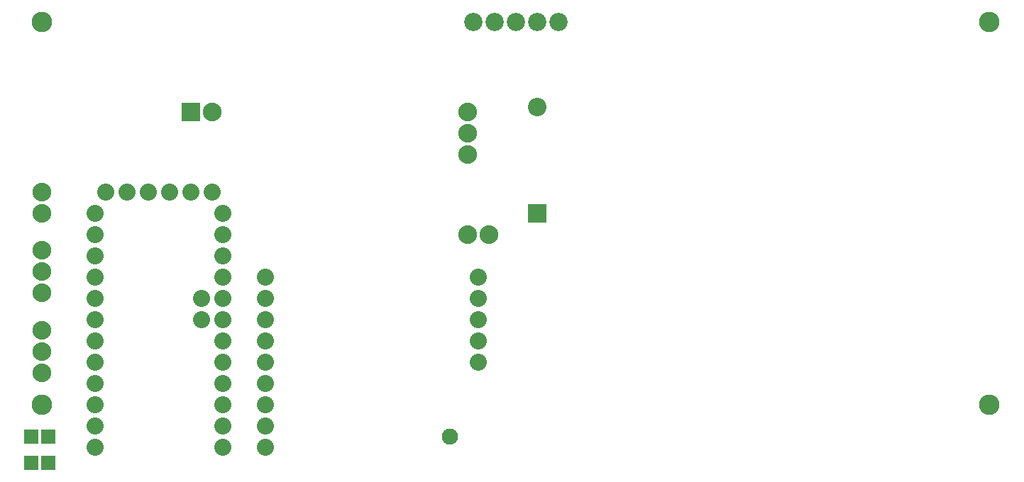
<source format=gts>
G04 MADE WITH FRITZING*
G04 WWW.FRITZING.ORG*
G04 DOUBLE SIDED*
G04 HOLES PLATED*
G04 CONTOUR ON CENTER OF CONTOUR VECTOR*
%ASAXBY*%
%FSLAX23Y23*%
%MOIN*%
%OFA0B0*%
%SFA1.0B1.0*%
%ADD10C,0.088000*%
%ADD11C,0.096614*%
%ADD12C,0.080000*%
%ADD13C,0.076000*%
%ADD14C,0.086000*%
%ADD15C,0.087222*%
%ADD16R,0.065118X0.069055*%
%ADD17R,0.087222X0.087222*%
%ADD18R,0.088000X0.088000*%
%LNMASK1*%
G90*
G70*
G54D10*
X129Y1110D03*
X129Y1010D03*
X129Y910D03*
X129Y1385D03*
X129Y1285D03*
G54D11*
X4579Y2185D03*
X129Y2185D03*
G54D12*
X379Y1185D03*
X379Y385D03*
X979Y585D03*
X379Y785D03*
X979Y185D03*
X979Y985D03*
X379Y185D03*
X379Y585D03*
X379Y985D03*
X879Y785D03*
X979Y385D03*
X979Y785D03*
X979Y1185D03*
X929Y1385D03*
X829Y1385D03*
X729Y1385D03*
X629Y1385D03*
X529Y1385D03*
X429Y1385D03*
X379Y285D03*
X379Y485D03*
X379Y685D03*
X379Y885D03*
X379Y1085D03*
X379Y1285D03*
X879Y885D03*
X979Y285D03*
X979Y485D03*
X979Y685D03*
X979Y885D03*
X979Y1085D03*
X979Y1285D03*
G54D11*
X129Y385D03*
G54D12*
X2179Y985D03*
X2179Y885D03*
X2179Y785D03*
X2179Y685D03*
X2179Y585D03*
G54D13*
X2044Y235D03*
G54D12*
X1179Y985D03*
X1179Y885D03*
X1179Y785D03*
X1179Y685D03*
X1179Y585D03*
X1179Y485D03*
X1179Y385D03*
X1179Y285D03*
X1179Y185D03*
G54D10*
X129Y735D03*
X129Y635D03*
X129Y535D03*
X2129Y1185D03*
X2229Y1185D03*
G54D11*
X4579Y385D03*
G54D14*
X2254Y2185D03*
X2354Y2185D03*
X2454Y2185D03*
X2554Y2185D03*
X2154Y2185D03*
X2254Y2185D03*
X2354Y2185D03*
X2454Y2185D03*
X2554Y2185D03*
X2154Y2185D03*
G54D10*
X2129Y1760D03*
X2129Y1660D03*
X2129Y1560D03*
G54D15*
X2454Y1785D03*
X2454Y1285D03*
G54D10*
X829Y1760D03*
X929Y1760D03*
G54D16*
X79Y110D03*
X160Y110D03*
X79Y235D03*
X160Y235D03*
G54D17*
X2454Y1285D03*
G54D18*
X829Y1760D03*
G04 End of Mask1*
M02*
</source>
